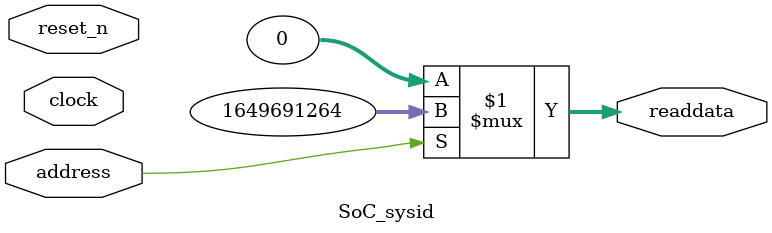
<source format=v>

`timescale 1ns / 1ps
// synthesis translate_on

// turn off superfluous verilog processor warnings 
// altera message_level Level1 
// altera message_off 10034 10035 10036 10037 10230 10240 10030 

module SoC_sysid (
               // inputs:
                address,
                clock,
                reset_n,

               // outputs:
                readdata
             )
;

  output  [ 31: 0] readdata;
  input            address;
  input            clock;
  input            reset_n;

  wire    [ 31: 0] readdata;
  //control_slave, which is an e_avalon_slave
  assign readdata = address ? 1649691264 : 0;

endmodule




</source>
